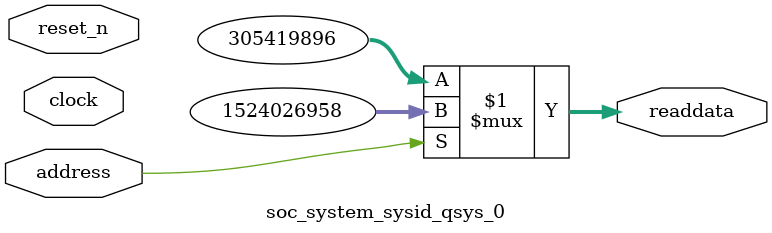
<source format=v>


// synthesis translate_off
`timescale 1ns / 1ps
// synthesis translate_on

// turn off superfluous verilog processor warnings 
// altera message_level Level1 
// altera message_off 10034 10035 10036 10037 10230 10240 10030 

module soc_system_sysid_qsys_0 (
               // inputs:
                address,
                clock,
                reset_n,

               // outputs:
                readdata
             )
;

  output  [ 31: 0] readdata;
  input            address;
  input            clock;
  input            reset_n;

  wire    [ 31: 0] readdata;
  //control_slave, which is an e_avalon_slave
  assign readdata = address ? 1524026958 : 305419896;

endmodule




</source>
